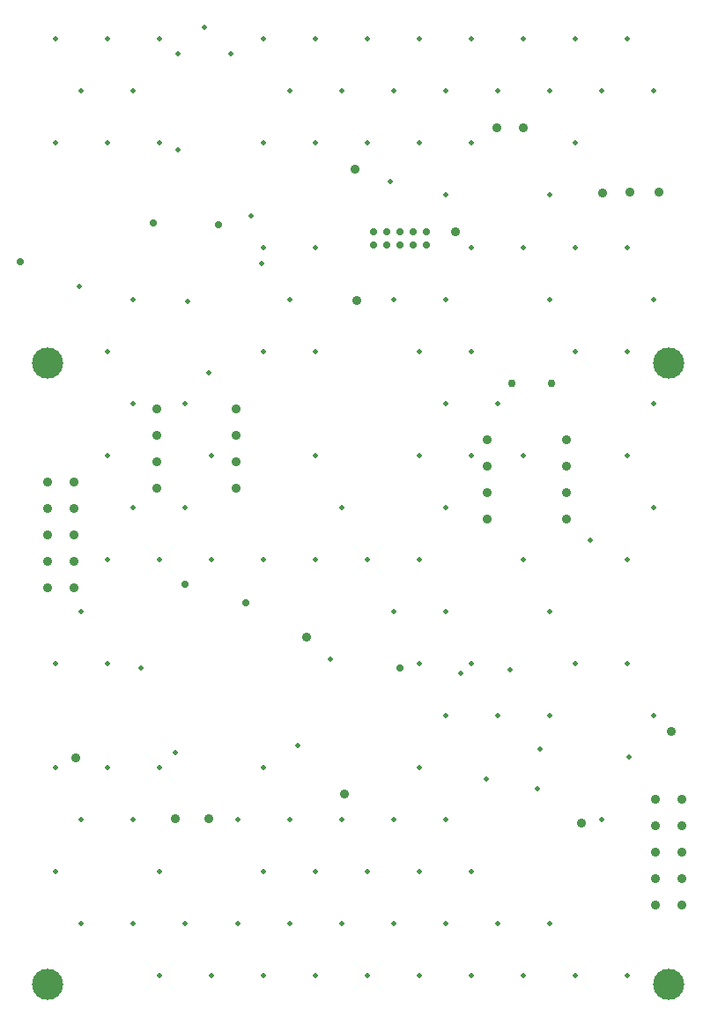
<source format=gbr>
G04 Layer_Color=0*
%FSLAX26Y26*%
%MOIN*%
%TF.FileFunction,Plated,1,4,PTH,Drill*%
%TF.Part,Single*%
G01*
G75*
%TA.AperFunction,ComponentDrill*%
%ADD83C,0.035433*%
%ADD84C,0.035827*%
%ADD85C,0.035827*%
%ADD86C,0.030000*%
%ADD87C,0.020000*%
%ADD88C,0.035433*%
%TA.AperFunction,OtherDrill,Free Pad (150.11mil,150.11mil)*%
%ADD89C,0.118110*%
%TA.AperFunction,OtherDrill,Free Pad (2500.11mil,150.11mil)*%
%ADD90C,0.118110*%
%TA.AperFunction,OtherDrill,Free Pad (150.11mil,2500.11mil)*%
%ADD91C,0.118110*%
%TA.AperFunction,OtherDrill,Free Pad (2500.11mil,2500.11mil)*%
%ADD92C,0.118110*%
%TA.AperFunction,ComponentDrill*%
%ADD93C,0.028000*%
%TA.AperFunction,ViaDrill,NotFilled*%
%ADD94C,0.028000*%
%ADD95C,0.019685*%
%ADD96C,0.020000*%
D83*
X2170000Y760000D02*
D03*
X634913Y774110D02*
D03*
X1315110Y3231110D02*
D03*
X1323110Y2735110D02*
D03*
X2466110Y3145110D02*
D03*
X2355110Y3145110D02*
D03*
X2250110Y3143810D02*
D03*
X1694110Y2997110D02*
D03*
X1132110Y1463110D02*
D03*
X760110Y774110D02*
D03*
X257759Y1005858D02*
D03*
X1275110Y868110D02*
D03*
X2511110Y1107110D02*
D03*
D84*
X150110Y2050110D02*
D03*
Y1950110D02*
D03*
Y1850110D02*
D03*
Y1750110D02*
D03*
Y1650110D02*
D03*
X250110Y2050110D02*
D03*
Y1950110D02*
D03*
Y1850110D02*
D03*
Y1750110D02*
D03*
Y1650110D02*
D03*
X2450110Y850110D02*
D03*
Y750110D02*
D03*
Y650110D02*
D03*
Y550110D02*
D03*
Y450110D02*
D03*
X2550110Y850110D02*
D03*
Y750110D02*
D03*
Y650110D02*
D03*
Y550110D02*
D03*
Y450110D02*
D03*
D85*
X1952110Y3390110D02*
D03*
X1852110D02*
D03*
D86*
X2058338Y2423260D02*
D03*
X1908732D02*
D03*
D87*
X644110Y3669110D02*
D03*
X844110D02*
D03*
X744110Y3769110D02*
D03*
D88*
X1814134Y2209568D02*
D03*
Y2109568D02*
D03*
Y2009568D02*
D03*
Y1909568D02*
D03*
X2114134Y2209568D02*
D03*
Y2109568D02*
D03*
Y2009568D02*
D03*
Y1909568D02*
D03*
X866110Y2027110D02*
D03*
Y2127110D02*
D03*
Y2227110D02*
D03*
Y2327110D02*
D03*
X566110Y2027110D02*
D03*
Y2127110D02*
D03*
Y2227110D02*
D03*
Y2327110D02*
D03*
D89*
X150110Y150110D02*
D03*
D90*
X2500110D02*
D03*
D91*
X150110Y2500110D02*
D03*
D92*
X2500110D02*
D03*
D93*
X1585110Y2995112D02*
D03*
Y2945112D02*
D03*
X1535110Y2995112D02*
D03*
Y2945112D02*
D03*
X1485110Y2995112D02*
D03*
Y2945112D02*
D03*
X1435110Y2995112D02*
D03*
Y2945112D02*
D03*
X1385110Y2995112D02*
D03*
Y2945112D02*
D03*
D94*
X550000Y3030000D02*
D03*
X1485110Y1345110D02*
D03*
X900000Y1591492D02*
D03*
X672000Y1662000D02*
D03*
X49000Y2883000D02*
D03*
X797110Y3023110D02*
D03*
D95*
X2005362Y890110D02*
D03*
X960000Y2876220D02*
D03*
X1220000Y1380000D02*
D03*
X1903009Y1337474D02*
D03*
X1813252Y926110D02*
D03*
X2350110Y1010110D02*
D03*
X270110Y2790110D02*
D03*
X2205110Y1830110D02*
D03*
X2015488Y1038780D02*
D03*
X1713800Y1325110D02*
D03*
X645110Y3305110D02*
D03*
X921110Y3055110D02*
D03*
X682110Y2732110D02*
D03*
X1447616Y3185110D02*
D03*
X762110Y2463110D02*
D03*
X1099110Y1053110D02*
D03*
X505110Y1344110D02*
D03*
X634922Y1024110D02*
D03*
D96*
X279528Y377953D02*
D03*
X181102Y574803D02*
D03*
X279528Y771654D02*
D03*
X181102Y968504D02*
D03*
Y1362205D02*
D03*
X279528Y1559055D02*
D03*
X181102Y3330709D02*
D03*
X279528Y3527559D02*
D03*
X181102Y3724410D02*
D03*
X476378Y377953D02*
D03*
Y771654D02*
D03*
X377953Y968504D02*
D03*
Y1362205D02*
D03*
Y1755906D02*
D03*
X476378Y1952756D02*
D03*
X377953Y2149606D02*
D03*
X476378Y2346457D02*
D03*
X377953Y2543307D02*
D03*
X476378Y2740158D02*
D03*
X377953Y3330709D02*
D03*
X476378Y3527559D02*
D03*
X377953Y3724410D02*
D03*
X574803Y181102D02*
D03*
X673228Y377953D02*
D03*
X574803Y574803D02*
D03*
Y968504D02*
D03*
Y1755906D02*
D03*
X673228Y1952756D02*
D03*
Y2346457D02*
D03*
X574803Y3330709D02*
D03*
Y3724410D02*
D03*
X771654Y181102D02*
D03*
X870079Y377953D02*
D03*
Y771654D02*
D03*
X771654Y1755906D02*
D03*
Y2149606D02*
D03*
X968504Y181102D02*
D03*
X1066929Y377953D02*
D03*
X968504Y574803D02*
D03*
X1066929Y771654D02*
D03*
X968504Y968504D02*
D03*
Y1755906D02*
D03*
Y2543307D02*
D03*
X1066929Y2740158D02*
D03*
X968504Y2937008D02*
D03*
Y3330709D02*
D03*
X1066929Y3527559D02*
D03*
X968504Y3724410D02*
D03*
X1165354Y181102D02*
D03*
X1263780Y377953D02*
D03*
X1165354Y574803D02*
D03*
X1263780Y771654D02*
D03*
X1165354Y1755906D02*
D03*
X1263780Y1952756D02*
D03*
X1165354Y2149606D02*
D03*
Y2543307D02*
D03*
Y2937008D02*
D03*
Y3330709D02*
D03*
X1263780Y3527559D02*
D03*
X1165354Y3724410D02*
D03*
X1362205Y181102D02*
D03*
X1460630Y377953D02*
D03*
X1362205Y574803D02*
D03*
X1460630Y771654D02*
D03*
Y1559055D02*
D03*
X1362205Y1755906D02*
D03*
X1460630Y2740158D02*
D03*
X1362205Y3330709D02*
D03*
X1460630Y3527559D02*
D03*
X1362205Y3724410D02*
D03*
X1559055Y181102D02*
D03*
X1657480Y377953D02*
D03*
X1559055Y574803D02*
D03*
X1657480Y771654D02*
D03*
X1559055Y968504D02*
D03*
X1657480Y1165354D02*
D03*
X1559055Y1362205D02*
D03*
X1657480Y1559055D02*
D03*
X1559055Y1755906D02*
D03*
X1657480Y1952756D02*
D03*
X1559055Y2149606D02*
D03*
X1657480Y2346457D02*
D03*
X1559055Y2543307D02*
D03*
X1657480Y2740158D02*
D03*
Y3133858D02*
D03*
X1559055Y3330709D02*
D03*
X1657480Y3527559D02*
D03*
X1559055Y3724410D02*
D03*
X1755906Y181102D02*
D03*
X1854331Y377953D02*
D03*
X1755906Y574803D02*
D03*
X1854331Y1165354D02*
D03*
X1755906Y1362205D02*
D03*
Y2149606D02*
D03*
X1854331Y2346457D02*
D03*
X1755906Y2543307D02*
D03*
Y2937008D02*
D03*
Y3330709D02*
D03*
X1854331Y3527559D02*
D03*
X1755906Y3724410D02*
D03*
X1952756Y181102D02*
D03*
X2051181Y377953D02*
D03*
Y1165354D02*
D03*
Y1559055D02*
D03*
X1952756Y1755906D02*
D03*
Y2149606D02*
D03*
X2051181Y2740158D02*
D03*
X1952756Y2937008D02*
D03*
X2051181Y3133858D02*
D03*
Y3527559D02*
D03*
X1952756Y3724410D02*
D03*
X2149606Y181102D02*
D03*
X2248032Y771654D02*
D03*
X2149606Y1362205D02*
D03*
Y2543307D02*
D03*
Y2937008D02*
D03*
Y3330709D02*
D03*
X2248032Y3527559D02*
D03*
X2149606Y3724410D02*
D03*
X2346457Y181102D02*
D03*
X2444882Y1165354D02*
D03*
X2346457Y1362205D02*
D03*
Y1755906D02*
D03*
X2444882Y1952756D02*
D03*
X2346457Y2149606D02*
D03*
X2444882Y2346457D02*
D03*
X2346457Y2543307D02*
D03*
X2444882Y2740158D02*
D03*
X2346457Y2937008D02*
D03*
X2444882Y3527559D02*
D03*
X2346457Y3724410D02*
D03*
%TF.MD5,a4b48a6b9a78237a5ab7f9cb681e939f*%
M02*

</source>
